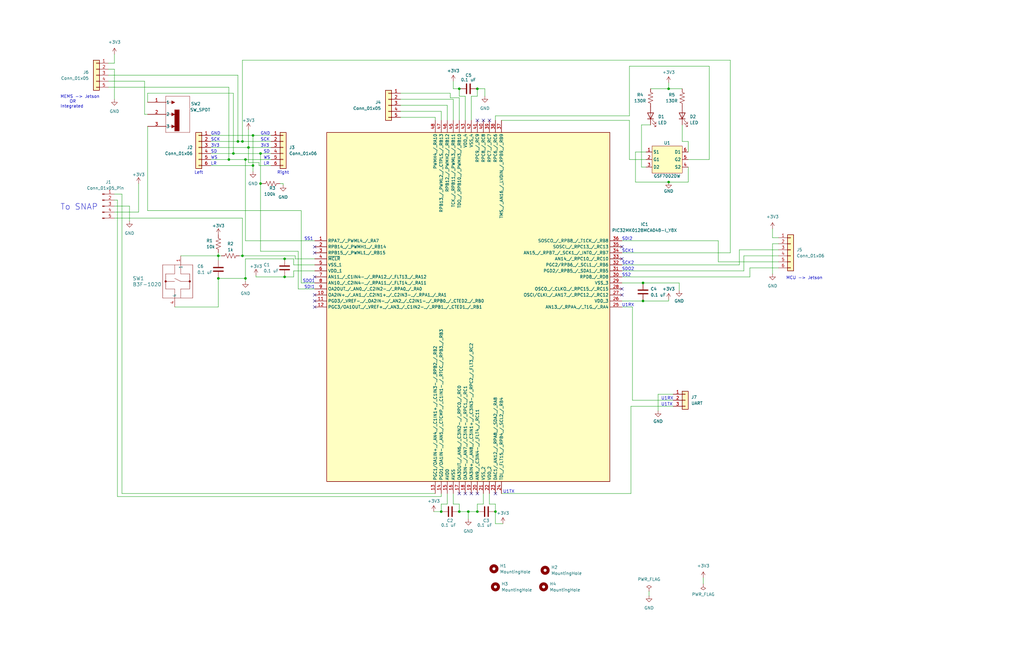
<source format=kicad_sch>
(kicad_sch (version 20230121) (generator eeschema)
  (paper "B")
  (title_block (title "Test sheet") (rev "0.1") (company "satomm@stanford.edu") (comment 1 "Department of Civil and Environmental Engineering") (comment 2 "Engineering Informatics Group") (comment 3 "Stanford University") (comment 4 "Matthew Sato"))
  (lib_symbols
    (symbol "Connector:Conn_01x05_Pin" (pin_names (offset 1.016) hide)
      (property "Reference" "J" (at 0 7.62 0))
      (property "Value" "Conn_01x05_Pin" (at 0 -7.62 0))
      (symbol "Conn_01x05_Pin_1_1"
        (polyline (pts (xy 1.27 -5.08) (xy 0.8636 -5.08)) (stroke (width 0.1524)))
        (polyline (pts (xy 1.27 -2.54) (xy 0.8636 -2.54)) (stroke (width 0.1524)))
        (polyline (pts (xy 1.27 0) (xy 0.8636 0)) (stroke (width 0.1524)))
        (polyline (pts (xy 1.27 2.54) (xy 0.8636 2.54)) (stroke (width 0.1524)))
        (polyline (pts (xy 1.27 5.08) (xy 0.8636 5.08)) (stroke (width 0.1524)))
        (rectangle (start 0.8636 -4.953) (end 0 -5.207) (stroke (width 0.1524)) (fill (type outline)))
        (rectangle (start 0.8636 -2.413) (end 0 -2.667) (stroke (width 0.1524)) (fill (type outline)))
        (rectangle (start 0.8636 0.127) (end 0 -0.127) (stroke (width 0.1524)) (fill (type outline)))
        (rectangle (start 0.8636 2.667) (end 0 2.413) (stroke (width 0.1524)) (fill (type outline)))
        (rectangle (start 0.8636 5.207) (end 0 4.953) (stroke (width 0.1524)) (fill (type outline)))
        (pin passive line (at 5.08 5.08 180) (length 3.81) (name "Pin_1") (number "1"))
        (pin passive line (at 5.08 2.54 180) (length 3.81) (name "Pin_2") (number "2"))
        (pin passive line (at 5.08 0 180) (length 3.81) (name "Pin_3") (number "3"))
        (pin passive line (at 5.08 -2.54 180) (length 3.81) (name "Pin_4") (number "4"))
        (pin passive line (at 5.08 -5.08 180) (length 3.81) (name "Pin_5") (number "5"))
      )
    )
    (symbol "Connector_Generic:Conn_01x03" (pin_names (offset 1.016) hide)
      (property "Reference" "J" (at 0 5.08 0))
      (property "Value" "Conn_01x03" (at 0 -5.08 0))
      (symbol "Conn_01x03_1_1"
        (rectangle (start -1.27 -2.413) (end 0 -2.667) (stroke (width 0.1524)))
        (rectangle (start -1.27 0.127) (end 0 -0.127) (stroke (width 0.1524)))
        (rectangle (start -1.27 2.667) (end 0 2.413) (stroke (width 0.1524)))
        (rectangle (start -1.27 3.81) (end 1.27 -3.81) (stroke (width 0.254)) (fill (type background)))
        (pin passive line (at -5.08 2.54 0) (length 3.81) (name "Pin_1") (number "1"))
        (pin passive line (at -5.08 0 0) (length 3.81) (name "Pin_2") (number "2"))
        (pin passive line (at -5.08 -2.54 0) (length 3.81) (name "Pin_3") (number "3"))
      )
    )
    (symbol "Connector_Generic:Conn_01x05" (pin_names (offset 1.016) hide)
      (property "Reference" "J" (at 0 7.62 0))
      (property "Value" "Conn_01x05" (at 0 -7.62 0))
      (symbol "Conn_01x05_1_1"
        (rectangle (start -1.27 -4.953) (end 0 -5.207) (stroke (width 0.1524)))
        (rectangle (start -1.27 -2.413) (end 0 -2.667) (stroke (width 0.1524)))
        (rectangle (start -1.27 0.127) (end 0 -0.127) (stroke (width 0.1524)))
        (rectangle (start -1.27 2.667) (end 0 2.413) (stroke (width 0.1524)))
        (rectangle (start -1.27 5.207) (end 0 4.953) (stroke (width 0.1524)))
        (rectangle (start -1.27 6.35) (end 1.27 -6.35) (stroke (width 0.254)) (fill (type background)))
        (pin passive line (at -5.08 5.08 0) (length 3.81) (name "Pin_1") (number "1"))
        (pin passive line (at -5.08 2.54 0) (length 3.81) (name "Pin_2") (number "2"))
        (pin passive line (at -5.08 0 0) (length 3.81) (name "Pin_3") (number "3"))
        (pin passive line (at -5.08 -2.54 0) (length 3.81) (name "Pin_4") (number "4"))
        (pin passive line (at -5.08 -5.08 0) (length 3.81) (name "Pin_5") (number "5"))
      )
    )
    (symbol "Connector_Generic:Conn_01x06" (pin_names (offset 1.016) hide)
      (property "Reference" "J" (at 0 7.62 0))
      (property "Value" "Conn_01x06" (at 0 -10.16 0))
      (symbol "Conn_01x06_1_1"
        (rectangle (start -1.27 -7.493) (end 0 -7.747) (stroke (width 0.1524)))
        (rectangle (start -1.27 -4.953) (end 0 -5.207) (stroke (width 0.1524)))
        (rectangle (start -1.27 -2.413) (end 0 -2.667) (stroke (width 0.1524)))
        (rectangle (start -1.27 0.127) (end 0 -0.127) (stroke (width 0.1524)))
        (rectangle (start -1.27 2.667) (end 0 2.413) (stroke (width 0.1524)))
        (rectangle (start -1.27 5.207) (end 0 4.953) (stroke (width 0.1524)))
        (rectangle (start -1.27 6.35) (end 1.27 -8.89) (stroke (width 0.254)) (fill (type background)))
        (pin passive line (at -5.08 5.08 0) (length 3.81) (name "Pin_1") (number "1"))
        (pin passive line (at -5.08 2.54 0) (length 3.81) (name "Pin_2") (number "2"))
        (pin passive line (at -5.08 0 0) (length 3.81) (name "Pin_3") (number "3"))
        (pin passive line (at -5.08 -2.54 0) (length 3.81) (name "Pin_4") (number "4"))
        (pin passive line (at -5.08 -5.08 0) (length 3.81) (name "Pin_5") (number "5"))
        (pin passive line (at -5.08 -7.62 0) (length 3.81) (name "Pin_6") (number "6"))
      )
    )
    (symbol "Device:C" (pin_numbers hide) (pin_names (offset 0.254))
      (property "Reference" "C" (at 0.635 2.54 0))
      (property "Value" "C" (at 0.635 -2.54 0))
      (symbol "C_0_1"
        (polyline (pts (xy -2.032 -0.762) (xy 2.032 -0.762)) (stroke (width 0.508)))
        (polyline (pts (xy -2.032 0.762) (xy 2.032 0.762)) (stroke (width 0.508)))
      )
      (symbol "C_1_1"
        (pin passive line (at 0 3.81 270) (length 2.794) (name "~") (number "1"))
        (pin passive line (at 0 -3.81 90) (length 2.794) (name "~") (number "2"))
      )
    )
    (symbol "Device:LED" (pin_numbers hide) (pin_names (offset 1.016) hide)
      (property "Reference" "D" (at 0 2.54 0))
      (property "Value" "LED" (at 0 -2.54 0))
      (symbol "LED_0_1"
        (polyline (pts (xy -1.27 -1.27) (xy -1.27 1.27)) (stroke (width 0.254)))
        (polyline (pts (xy -1.27 0) (xy 1.27 0)))
        (polyline (pts (xy 1.27 -1.27) (xy 1.27 1.27) (xy -1.27 0) (xy 1.27 -1.27)) (stroke (width 0.254)))
        (polyline (pts (xy -3.048 -0.762) (xy -4.572 -2.286) (xy -3.81 -2.286) (xy -4.572 -2.286) (xy -4.572 -1.524)))
        (polyline (pts (xy -1.778 -0.762) (xy -3.302 -2.286) (xy -2.54 -2.286) (xy -3.302 -2.286) (xy -3.302 -1.524)))
      )
      (symbol "LED_1_1"
        (pin passive line (at -3.81 0 0) (length 2.54) (name "K") (number "1"))
        (pin passive line (at 3.81 0 180) (length 2.54) (name "A") (number "2"))
      )
    )
    (symbol "Device:R_US" (pin_numbers hide) (pin_names (offset 0))
      (property "Reference" "R" (at 2.54 0 90))
      (property "Value" "R_US" (at -2.54 0 90))
      (symbol "R_US_0_1"
        (polyline (pts (xy 0 -2.286) (xy 0 -2.54)))
        (polyline (pts (xy 0 2.286) (xy 0 2.54)))
        (polyline (pts (xy 0 -0.762) (xy 1.016 -1.143) (xy 0 -1.524) (xy -1.016 -1.905) (xy 0 -2.286)))
        (polyline (pts (xy 0 0.762) (xy 1.016 0.381) (xy 0 0) (xy -1.016 -0.381) (xy 0 -0.762)))
        (polyline (pts (xy 0 2.286) (xy 1.016 1.905) (xy 0 1.524) (xy -1.016 1.143) (xy 0 0.762)))
      )
      (symbol "R_US_1_1"
        (pin passive line (at 0 3.81 270) (length 1.27) (name "~") (number "1"))
        (pin passive line (at 0 -3.81 90) (length 1.27) (name "~") (number "2"))
      )
    )
    (symbol "Matts_Library:B3F-1020" (pin_names (offset 0.254))
      (property "Reference" "SW2" (at 20.32 10.16 0))
      (property "Value" "B3F-1020" (at 20.32 7.62 0))
      (symbol "B3F-1020_0_1"
        (polyline (pts (xy 13.335 -2.54) (xy 17.145 -2.54)) (stroke (width 0.127)))
        (polyline (pts (xy 13.335 0) (xy 17.145 0)) (stroke (width 0.127)))
        (polyline (pts (xy 13.335 5.08) (xy 13.335 -7.62)) (stroke (width 0.127)))
        (polyline (pts (xy 17.145 -2.54) (xy 17.145 -6.35)) (stroke (width 0.127)))
        (polyline (pts (xy 17.145 0) (xy 17.145 3.81)) (stroke (width 0.127)))
        (polyline (pts (xy 20.32 -2.54) (xy 20.32 -6.35)) (stroke (width 0.127)))
        (polyline (pts (xy 20.32 0) (xy 19.05 -2.54)) (stroke (width 0.127)))
        (polyline (pts (xy 20.32 3.81) (xy 20.32 0)) (stroke (width 0.127)))
        (polyline (pts (xy 23.495 -6.35) (xy 23.495 -2.54)) (stroke (width 0.127)))
        (polyline (pts (xy 23.495 -2.54) (xy 27.305 -2.54)) (stroke (width 0.127)))
        (polyline (pts (xy 23.495 0) (xy 23.495 3.81)) (stroke (width 0.127)))
        (polyline (pts (xy 27.305 -7.62) (xy 27.305 5.08)) (stroke (width 0.127)))
        (polyline (pts (xy 27.305 0) (xy 23.495 0)) (stroke (width 0.127)))
        (circle (center 20.32 -6.35) (radius 0.254) (stroke (width 0.381)))
        (circle (center 20.32 3.81) (radius 0.254) (stroke (width 0.381)))
      )
      (symbol "B3F-1020_1_1"
        (polyline (pts (xy 13.335 -7.62) (xy 27.305 -7.62)))
        (polyline (pts (xy 17.145 -6.35) (xy 23.495 -6.35)))
        (polyline (pts (xy 23.495 3.81) (xy 17.145 3.81)))
        (polyline (pts (xy 27.305 5.08) (xy 13.335 5.08)))
        (pin passive line (at 9.525 0 0) (length 3.81) (name "1") (number "1"))
        (pin passive line (at 31.115 -2.54 180) (length 3.81) (name "4") (number "4"))
      )
    )
    (symbol "Matts_Library:OS102011MS2QN1" (pin_names (offset 0.254))
      (property "Reference" "SW" (at 13.97 8.255 0))
      (property "Value" "OS102011MS2QN1" (at 20.32 5.08 0))
      (symbol "OS102011MS2QN1_0_1"
        (polyline (pts (xy 7.62 -12.7) (xy 17.78 -12.7)) (stroke (width 0.127)))
        (polyline (pts (xy 7.62 -10.16) (xy 11.43 -10.16)) (stroke (width 0.127)))
        (polyline (pts (xy 7.62 -5.08) (xy 11.43 -5.08)) (stroke (width 0.127)))
        (polyline (pts (xy 7.62 0) (xy 11.43 0)) (stroke (width 0.127)))
        (polyline (pts (xy 7.62 2.54) (xy 7.62 -12.7)) (stroke (width 0.127)))
        (polyline (pts (xy 10.16 -9.525) (xy 10.16 -10.795)) (stroke (width 0.127)))
        (polyline (pts (xy 10.16 -4.445) (xy 10.16 -5.715)) (stroke (width 0.127)))
        (polyline (pts (xy 10.16 0.635) (xy 10.16 -0.635)) (stroke (width 0.127)))
        (polyline (pts (xy 11.43 -12.065) (xy 13.335 -12.065)) (stroke (width 0.127)))
        (polyline (pts (xy 11.43 -10.16) (xy 10.16 -10.795)) (stroke (width 0.127)))
        (polyline (pts (xy 11.43 -10.16) (xy 10.16 -9.525)) (stroke (width 0.127)))
        (polyline (pts (xy 11.43 -5.08) (xy 10.16 -5.715)) (stroke (width 0.127)))
        (polyline (pts (xy 11.43 -5.08) (xy 10.16 -4.445)) (stroke (width 0.127)))
        (polyline (pts (xy 11.43 -3.175) (xy 11.43 -12.065)) (stroke (width 0.127)))
        (polyline (pts (xy 11.43 0) (xy 10.16 -0.635)) (stroke (width 0.127)))
        (polyline (pts (xy 11.43 0) (xy 10.16 0.635)) (stroke (width 0.127)))
        (polyline (pts (xy 13.335 -12.065) (xy 13.335 -3.175)) (stroke (width 0.127)))
        (polyline (pts (xy 13.335 -3.175) (xy 11.43 -3.175)) (stroke (width 0.127)))
        (polyline (pts (xy 17.78 -12.7) (xy 17.78 2.54)) (stroke (width 0.127)))
        (polyline (pts (xy 17.78 2.54) (xy 7.62 2.54)) (stroke (width 0.127)))
        (polyline (pts (xy 10.16 -9.525) (xy 10.16 -10.795) (xy 11.43 -10.16)) (fill (type outline)))
        (polyline (pts (xy 10.16 -4.445) (xy 10.16 -5.715) (xy 11.43 -5.08)) (fill (type outline)))
        (polyline (pts (xy 10.16 0.635) (xy 10.16 -0.635) (xy 11.43 0)) (fill (type outline)))
        (polyline (pts (xy 11.43 -3.175) (xy 11.43 -12.065) (xy 13.335 -12.065) (xy 13.335 -3.175)) (fill (type outline)))
        (pin unspecified line (at 0 0 0) (length 7.62) (name "1") (number "1"))
        (pin unspecified line (at 0 -5.08 0) (length 7.62) (name "2") (number "2"))
        (pin unspecified line (at 0 -10.16 0) (length 7.62) (name "3") (number "3"))
      )
    )
    (symbol "Matts_Library:PIC32MK0128MCA048-I_Y8X"
      (property "Reference" "IC" (at 125.73 50.8 0))
      (property "Value" "PIC32MK0128MCA048-I_Y8X" (at 125.73 48.26 0))
      (symbol "PIC32MK0128MCA048-I_Y8X_1_1"
        (rectangle (start 5.08 45.72) (end 124.46 -101.6) (stroke (width 0.254)) (fill (type background)))
        (pin passive line (at 0 0 0) (length 5.08) (name "RPA7_/_PWML4_/_RA7") (number "1"))
        (pin passive line (at 0 -22.86 0) (length 5.08) (name "OA2IN+_/_AN1_/_C2IN1+_/_C2IN3-_/_RPA1_/_RA1") (number "10"))
        (pin passive line (at 0 -25.4 0) (length 5.08) (name "PGD3/_VREF-_/_OA2IN-_/_AN2_/_C2IN1-_/_RPB0_/_CTED2_/_RB0") (number "11"))
        (pin passive line (at 0 -27.94 0) (length 5.08) (name "PGC3/OA1OUT_/_VREF+_/_AN3_/_C1IN2-_/_RPB1_/_CTED1_/_RB1") (number "12"))
        (pin passive line (at 50.8 -106.68 90) (length 5.08) (name "PGC1/OA1IN+_/_AN4_/_C1IN1+_/_C1IN3-_/_RPB2_/_RB2") (number "13"))
        (pin passive line (at 53.34 -106.68 90) (length 5.08) (name "PGD1/OA1IN-_/_AN5_/_CTCMP_/_C1IN1-_/_RTCC_/_RPB3_/_RB3") (number "14"))
        (pin passive line (at 55.88 -106.68 90) (length 5.08) (name "AVDD") (number "15"))
        (pin passive line (at 58.42 -106.68 90) (length 5.08) (name "AVSS") (number "16"))
        (pin passive line (at 60.96 -106.68 90) (length 5.08) (name "OA3OUT_/_AN6_/_C3IN2-_/_RPC0_/_RC0") (number "17"))
        (pin passive line (at 63.5 -106.68 90) (length 5.08) (name "OA3IN-_/_AN7_/_C3IN1-_/_RPC1_/_RC1") (number "18"))
        (pin passive line (at 66.04 -106.68 90) (length 5.08) (name "OA3IN+_/_AN8_/_C3IN1+_/_C3IN3-_/_RPC2_/_FLT3_/_RC2") (number "19"))
        (pin passive line (at 0 -2.54 0) (length 5.08) (name "RPB14_/_PWMH1_/_RB14") (number "2"))
        (pin passive line (at 68.58 -106.68 90) (length 5.08) (name "AN9_/_C3IN4-_/_FLT4_/_RC11") (number "20"))
        (pin passive line (at 71.12 -106.68 90) (length 5.08) (name "VSS_2") (number "21"))
        (pin passive line (at 73.66 -106.68 90) (length 5.08) (name "VDD_2") (number "22"))
        (pin passive line (at 76.2 -106.68 90) (length 5.08) (name "DAC1/_AN12_/_RPA8_/_SDA2_/_RA8") (number "23"))
        (pin passive line (at 78.74 -106.68 90) (length 5.08) (name "TDI_/_FLT15_/_RPB4_/_SCL2_/_RB4") (number "24"))
        (pin passive line (at 129.54 -27.94 180) (length 5.08) (name "AN13_/_RPA4_/_T1G_/_RA4") (number "25"))
        (pin passive line (at 129.54 -25.4 180) (length 5.08) (name "VDD_3") (number "26"))
        (pin passive line (at 129.54 -22.86 180) (length 5.08) (name "OSCI/CLKI_/_AN17_/_RPC12_/_RC12") (number "27"))
        (pin passive line (at 129.54 -20.32 180) (length 5.08) (name "OSCO_/_CLKO_/_RPC15_/_RC15") (number "28"))
        (pin passive line (at 129.54 -17.78 180) (length 5.08) (name "VSS_3") (number "29"))
        (pin passive line (at 0 -5.08 0) (length 5.08) (name "RPB15_/_PWML1_/_RB15") (number "3"))
        (pin passive line (at 129.54 -15.24 180) (length 5.08) (name "RPD8_/_RD8") (number "30"))
        (pin passive line (at 129.54 -12.7 180) (length 5.08) (name "PGD2/_RPB5_/_SDA1_/_RB5") (number "31"))
        (pin passive line (at 129.54 -10.16 180) (length 5.08) (name "PGC2/RPB6_/_SCL1_/_RB6") (number "32"))
        (pin passive line (at 129.54 -7.62 180) (length 5.08) (name "AN14_/_RPC10_/_RC10") (number "33"))
        (pin passive line (at 129.54 -5.08 180) (length 5.08) (name "AN15_/_RPB7_/_SCK1_/_INT0_/_RB7") (number "34"))
        (pin passive line (at 129.54 -2.54 180) (length 5.08) (name "SOSCI_/_RPC13_/_RC13") (number "35"))
        (pin passive line (at 129.54 0 180) (length 5.08) (name "SOSCO_/_RPB8_/_T1CK_/_RB8") (number "36"))
        (pin passive line (at 78.74 50.8 270) (length 5.08) (name "TMS_/_AN16_/_LVDIN_/_RPB9_/_RB9") (number "37"))
        (pin passive line (at 76.2 50.8 270) (length 5.08) (name "RPC6_/_RC6") (number "38"))
        (pin passive line (at 73.66 50.8 270) (length 5.08) (name "RPC7_/_RC7") (number "39"))
        (pin passive line (at 0 -7.62 0) (length 5.08) (name "~{MCLR}") (number "4"))
        (pin passive line (at 71.12 50.8 270) (length 5.08) (name "RPC8_/_RC8") (number "40"))
        (pin passive line (at 68.58 50.8 270) (length 5.08) (name "RPC9_/_RC9") (number "41"))
        (pin passive line (at 66.04 50.8 270) (length 5.08) (name "VSS_4") (number "42"))
        (pin passive line (at 63.5 50.8 270) (length 5.08) (name "VDD_4") (number "43"))
        (pin passive line (at 60.96 50.8 270) (length 5.08) (name "TDO_/_RPB10_/_PWMH3_/_RB10") (number "44"))
        (pin passive line (at 58.42 50.8 270) (length 5.08) (name "TCK_/_RPB11_/_PWML3_/_RB11") (number "45"))
        (pin passive line (at 55.88 50.8 270) (length 5.08) (name "RPB12_/_PWMH2_/_RB12") (number "46"))
        (pin passive line (at 53.34 50.8 270) (length 5.08) (name "RPB13_/_PWML2_/_CTPLS_/_RB13") (number "47"))
        (pin passive line (at 50.8 50.8 270) (length 5.08) (name "PWMH4_/_RA10") (number "48"))
        (pin passive line (at 0 -10.16 0) (length 5.08) (name "VSS_1") (number "5"))
        (pin passive line (at 0 -12.7 0) (length 5.08) (name "VDD_1") (number "6"))
        (pin passive line (at 0 -15.24 0) (length 5.08) (name "AN11_/_C1IN4-_/_RPA12_/_FLT13_/_RA12") (number "7"))
        (pin passive line (at 0 -17.78 0) (length 5.08) (name "AN10_/_C2IN4-_/_RPA11_/_FLT14_/_RA11") (number "8"))
        (pin passive line (at 0 -20.32 0) (length 5.08) (name "OA2OUT_/_AN0_/_C2IN2-_/_RPA0_/_RA0") (number "9"))
      )
    )
    (symbol "Mechanical:MountingHole" (pin_names (offset 1.016))
      (property "Reference" "H" (at 0 5.08 0))
      (property "Value" "MountingHole" (at 0 3.175 0))
      (symbol "MountingHole_0_1"
        (circle (center 0 0) (radius 1.27) (stroke (width 1.27)))
      )
    )
    (symbol "RobotLibary:GSF7002DW"
      (property "Reference" "U" (at 1.27 1.905 0))
      (property "Value" "GSF7002DW" (at 1.27 0 0))
      (symbol "GSF7002DW_1_1"
        (rectangle (start -5.08 -1.27) (end 7.62 -12.7) (fill (type background)))
        (pin passive line (at -7.62 -3.81 0) (length 2.54) (name "S1") (number "1"))
        (pin passive line (at -7.62 -6.985 0) (length 2.54) (name "G1") (number "2"))
        (pin passive line (at -7.62 -10.16 0) (length 2.54) (name "D2") (number "3"))
        (pin passive line (at 10.16 -10.16 180) (length 2.54) (name "S2") (number "4"))
        (pin passive line (at 10.16 -6.985 180) (length 2.54) (name "G2") (number "5"))
        (pin passive line (at 10.16 -3.81 180) (length 2.54) (name "D1") (number "6"))
      )
    )
    (symbol "power:+3V3" (power) (pin_names (offset 0))
      (property "Value" "+3V3" (at 0 3.556 0))
      (symbol "+3V3_0_1"
        (polyline (pts (xy -0.762 1.27) (xy 0 2.54)))
        (polyline (pts (xy 0 0) (xy 0 2.54)))
        (polyline (pts (xy 0 2.54) (xy 0.762 1.27)))
      )
      (symbol "+3V3_1_1"
        (pin power_in line (at 0 0 90) (length 0) hide (name "+3V3") (number "1"))
      )
    )
    (symbol "power:GND" (power) (pin_names (offset 0))
      (property "Value" "GND" (at 0 -3.81 0))
      (symbol "GND_0_1"
        (polyline (pts (xy 0 0) (xy 0 -1.27) (xy 1.27 -1.27) (xy 0 -2.54) (xy -1.27 -1.27) (xy 0 -1.27)))
      )
      (symbol "GND_1_1"
        (pin power_in line (at 0 0 270) (length 0) hide (name "GND") (number "1"))
      )
    )
    (symbol "power:PWR_FLAG" (power) (pin_numbers hide) (pin_names (offset 0) hide)
      (property "Value" "PWR_FLAG" (at 0 3.81 0))
      (symbol "PWR_FLAG_0_0"
        (pin power_out line (at 0 0 90) (length 0) (name "pwr") (number "1"))
      )
      (symbol "PWR_FLAG_0_1"
        (polyline (pts (xy 0 0) (xy 0 1.27) (xy -1.016 1.905) (xy 0 2.54) (xy 1.016 1.905) (xy 0 1.27)))
      )
    )
  )
  (junction (at 103.505 117.475))
  (junction (at 271.145 127))
  (junction (at 102.235 107.95))
  (junction (at 92.075 117.475))
  (junction (at 281.94 76.835))
  (junction (at 103.505 67.31))
  (junction (at 109.855 64.77))
  (junction (at 120.015 116.84))
  (junction (at 109.855 77.47))
  (junction (at 102.235 59.69))
  (junction (at 201.295 37.465))
  (junction (at 106.68 69.85))
  (junction (at 104.775 62.23))
  (junction (at 100.33 59.69))
  (junction (at 271.145 119.38))
  (junction (at 193.675 215.9))
  (junction (at 120.015 109.22))
  (junction (at 186.055 215.9))
  (junction (at 96.52 67.31))
  (junction (at 208.915 215.9))
  (junction (at 201.295 215.9))
  (junction (at 281.94 37.465))
  (junction (at 92.075 107.95))
  (junction (at 197.485 215.9))
  (junction (at 106.68 57.15))
  (junction (at 193.675 37.465))
  (junction (at 98.425 64.77))
  (no_connect (at 193.675 208.28))
  (no_connect (at 206.375 50.8))
  (no_connect (at 196.215 208.28))
  (no_connect (at 132.715 104.14))
  (no_connect (at 262.255 109.22))
  (no_connect (at 132.715 116.84))
  (no_connect (at 203.835 50.8))
  (no_connect (at 262.255 124.46))
  (no_connect (at 132.715 106.68))
  (no_connect (at 262.255 104.14))
  (no_connect (at 201.295 50.8))
  (no_connect (at 201.295 208.28))
  (no_connect (at 262.255 121.92))
  (no_connect (at 132.715 124.46))
  (no_connect (at 132.715 127))
  (no_connect (at 198.755 208.28))
  (no_connect (at 132.715 129.54))
  (no_connect (at 208.915 208.28))
  (wire (pts (xy 123.825 114.3) (xy 123.825 116.84)))
  (wire (pts (xy 125.73 121.92) (xy 132.715 121.92)))
  (wire (pts (xy 62.23 39.37) (xy 98.425 39.37)))
  (wire (pts (xy 104.775 62.23) (xy 114.3 62.23)))
  (wire (pts (xy 316.23 113.03) (xy 328.295 113.03)))
  (wire (pts (xy 92.075 107.95) (xy 92.075 106.68)))
  (wire (pts (xy 92.075 107.95) (xy 92.075 109.855)))
  (wire (pts (xy 45.72 29.21) (xy 48.26 29.21)))
  (wire (pts (xy 274.32 52.705) (xy 270.51 52.705)))
  (wire (pts (xy 88.9 57.15) (xy 106.68 57.15)))
  (wire (pts (xy 271.145 127) (xy 281.94 127)))
  (wire (pts (xy 182.88 215.9) (xy 186.055 215.9)))
  (wire (pts (xy 102.235 107.95) (xy 102.235 92.075)))
  (wire (pts (xy 316.23 116.84) (xy 316.23 113.03)))
  (wire (pts (xy 132.715 114.3) (xy 123.825 114.3)))
  (wire (pts (xy 191.135 37.465) (xy 193.675 37.465)))
  (wire (pts (xy 73.66 129.54) (xy 92.075 129.54)))
  (wire (pts (xy 48.26 22.86) (xy 48.26 26.67)))
  (wire (pts (xy 265.43 27.94) (xy 265.43 48.895)))
  (wire (pts (xy 45.72 36.83) (xy 96.52 36.83)))
  (wire (pts (xy 325.755 96.52) (xy 325.755 100.33)))
  (wire (pts (xy 106.68 57.15) (xy 106.68 69.85)))
  (wire (pts (xy 287.655 52.705) (xy 287.655 59.69)))
  (wire (pts (xy 123.825 111.76) (xy 123.825 109.22)))
  (wire (pts (xy 123.825 109.22) (xy 120.015 109.22)))
  (wire (pts (xy 48.26 92.075) (xy 102.235 92.075)))
  (wire (pts (xy 203.835 212.725) (xy 201.295 212.725)))
  (wire (pts (xy 110.49 77.47) (xy 109.855 77.47)))
  (wire (pts (xy 211.455 208.28) (xy 266.065 208.28)))
  (wire (pts (xy 277.495 166.37) (xy 283.845 166.37)))
  (wire (pts (xy 270.51 52.705) (xy 270.51 70.485)))
  (wire (pts (xy 313.69 114.3) (xy 313.69 107.95)))
  (wire (pts (xy 103.505 109.22) (xy 120.015 109.22)))
  (wire (pts (xy 107.95 116.84) (xy 107.95 116.205)))
  (wire (pts (xy 313.69 107.95) (xy 328.295 107.95)))
  (wire (pts (xy 197.485 215.9) (xy 197.485 219.075)))
  (wire (pts (xy 186.055 46.99) (xy 186.055 50.8)))
  (wire (pts (xy 103.505 67.31) (xy 103.505 101.6)))
  (wire (pts (xy 189.865 41.275) (xy 189.865 39.37)))
  (wire (pts (xy 208.915 215.9) (xy 208.915 220.98)))
  (wire (pts (xy 307.975 106.68) (xy 307.975 25.4)))
  (wire (pts (xy 106.68 57.15) (xy 114.3 57.15)))
  (wire (pts (xy 262.255 116.84) (xy 316.23 116.84)))
  (wire (pts (xy 204.47 37.465) (xy 204.47 40.64)))
  (wire (pts (xy 88.9 64.77) (xy 98.425 64.77)))
  (wire (pts (xy 48.26 26.67) (xy 45.72 26.67)))
  (wire (pts (xy 262.255 127) (xy 271.145 127)))
  (wire (pts (xy 290.195 67.31) (xy 299.085 67.31)))
  (wire (pts (xy 119.38 78.105) (xy 119.38 77.47)))
  (wire (pts (xy 267.97 76.835) (xy 281.94 76.835)))
  (wire (pts (xy 54.61 86.995) (xy 54.61 93.345)))
  (wire (pts (xy 283.845 168.91) (xy 266.7 168.91)))
  (wire (pts (xy 183.515 49.53) (xy 183.515 50.8)))
  (wire (pts (xy 92.075 129.54) (xy 92.075 117.475)))
  (wire (pts (xy 270.51 70.485) (xy 272.415 70.485)))
  (wire (pts (xy 206.375 208.28) (xy 206.375 212.725)))
  (wire (pts (xy 114.3 69.85) (xy 109.22 69.85)))
  (wire (pts (xy 206.375 212.725) (xy 208.915 212.725)))
  (wire (pts (xy 281.94 37.465) (xy 287.655 37.465)))
  (wire (pts (xy 100.965 107.95) (xy 102.235 107.95)))
  (wire (pts (xy 193.675 41.275) (xy 189.865 41.275)))
  (wire (pts (xy 88.9 62.23) (xy 104.775 62.23)))
  (wire (pts (xy 290.195 76.835) (xy 281.94 76.835)))
  (wire (pts (xy 193.675 37.465) (xy 193.675 40.64)))
  (wire (pts (xy 188.595 212.725) (xy 186.055 212.725)))
  (wire (pts (xy 104.775 68.58) (xy 104.775 62.23)))
  (wire (pts (xy 102.235 107.95) (xy 124.46 107.95)))
  (wire (pts (xy 299.085 27.94) (xy 265.43 27.94)))
  (wire (pts (xy 124.46 109.22) (xy 124.46 107.95)))
  (wire (pts (xy 296.545 243.84) (xy 296.545 246.38)))
  (wire (pts (xy 273.685 249.555) (xy 273.685 251.46)))
  (wire (pts (xy 168.91 46.99) (xy 186.055 46.99)))
  (wire (pts (xy 48.26 84.455) (xy 49.53 84.455)))
  (wire (pts (xy 103.505 117.475) (xy 103.505 109.22)))
  (wire (pts (xy 76.2 107.95) (xy 92.075 107.95)))
  (wire (pts (xy 188.595 44.45) (xy 168.91 44.45)))
  (wire (pts (xy 103.505 67.31) (xy 114.3 67.31)))
  (wire (pts (xy 287.655 59.69) (xy 290.195 59.69)))
  (wire (pts (xy 266.7 129.54) (xy 262.255 129.54)))
  (wire (pts (xy 49.53 84.455) (xy 49.53 209.55)))
  (wire (pts (xy 102.235 25.4) (xy 102.235 59.69)))
  (wire (pts (xy 186.055 209.55) (xy 186.055 208.28)))
  (wire (pts (xy 58.42 89.535) (xy 48.26 89.535)))
  (wire (pts (xy 188.595 208.28) (xy 188.595 212.725)))
  (wire (pts (xy 208.915 48.895) (xy 208.915 50.8)))
  (wire (pts (xy 274.32 37.465) (xy 281.94 37.465)))
  (wire (pts (xy 283.845 171.45) (xy 266.065 171.45)))
  (wire (pts (xy 127 119.38) (xy 127 88.9)))
  (wire (pts (xy 109.855 106.045) (xy 125.73 106.045)))
  (wire (pts (xy 290.195 59.69) (xy 290.195 64.135)))
  (wire (pts (xy 48.26 86.995) (xy 54.61 86.995)))
  (wire (pts (xy 132.715 109.22) (xy 124.46 109.22)))
  (wire (pts (xy 51.435 81.915) (xy 51.435 208.28)))
  (wire (pts (xy 88.9 69.85) (xy 106.68 69.85)))
  (wire (pts (xy 307.975 25.4) (xy 102.235 25.4)))
  (wire (pts (xy 183.515 208.28) (xy 51.435 208.28)))
  (wire (pts (xy 262.255 106.68) (xy 307.975 106.68)))
  (wire (pts (xy 45.72 34.29) (xy 60.96 34.29)))
  (wire (pts (xy 62.23 53.34) (xy 62.23 88.9)))
  (wire (pts (xy 96.52 67.31) (xy 103.505 67.31)))
  (wire (pts (xy 201.295 37.465) (xy 204.47 37.465)))
  (wire (pts (xy 109.855 64.77) (xy 114.3 64.77)))
  (wire (pts (xy 98.425 39.37) (xy 98.425 64.77)))
  (wire (pts (xy 125.73 106.045) (xy 125.73 121.92)))
  (wire (pts (xy 168.91 41.91) (xy 191.135 41.91)))
  (wire (pts (xy 132.715 111.76) (xy 123.825 111.76)))
  (wire (pts (xy 49.53 209.55) (xy 186.055 209.55)))
  (wire (pts (xy 262.255 119.38) (xy 271.145 119.38)))
  (wire (pts (xy 211.455 50.8) (xy 265.43 50.8)))
  (wire (pts (xy 60.96 48.26) (xy 62.23 48.26)))
  (wire (pts (xy 266.7 168.91) (xy 266.7 129.54)))
  (wire (pts (xy 208.915 212.725) (xy 208.915 215.9)))
  (wire (pts (xy 271.145 119.38) (xy 286.385 119.38)))
  (wire (pts (xy 262.255 114.3) (xy 313.69 114.3)))
  (wire (pts (xy 58.42 77.47) (xy 58.42 89.535)))
  (wire (pts (xy 290.195 70.485) (xy 290.195 76.835)))
  (wire (pts (xy 311.785 111.76) (xy 311.785 105.41)))
  (wire (pts (xy 299.085 67.31) (xy 299.085 27.94)))
  (wire (pts (xy 88.9 67.31) (xy 96.52 67.31)))
  (wire (pts (xy 106.68 69.85) (xy 106.68 72.39)))
  (wire (pts (xy 62.23 39.37) (xy 62.23 43.18)))
  (wire (pts (xy 201.295 215.9) (xy 197.485 215.9)))
  (wire (pts (xy 265.43 67.31) (xy 272.415 67.31)))
  (wire (pts (xy 92.075 117.475) (xy 103.505 117.475)))
  (wire (pts (xy 45.72 31.75) (xy 100.33 31.75)))
  (wire (pts (xy 272.415 64.135) (xy 267.97 64.135)))
  (wire (pts (xy 191.135 208.28) (xy 191.135 212.725)))
  (wire (pts (xy 189.865 39.37) (xy 168.91 39.37)))
  (wire (pts (xy 265.43 48.895) (xy 208.915 48.895)))
  (wire (pts (xy 198.755 40.64) (xy 201.295 40.64)))
  (wire (pts (xy 193.675 50.8) (xy 193.675 41.275)))
  (wire (pts (xy 277.495 173.355) (xy 277.495 166.37)))
  (wire (pts (xy 119.38 77.47) (xy 118.11 77.47)))
  (wire (pts (xy 98.425 64.77) (xy 109.855 64.77)))
  (wire (pts (xy 267.97 64.135) (xy 267.97 76.835)))
  (wire (pts (xy 127 88.9) (xy 62.23 88.9)))
  (wire (pts (xy 325.755 100.33) (xy 328.295 100.33)))
  (wire (pts (xy 281.94 126.365) (xy 281.94 127)))
  (wire (pts (xy 60.96 34.29) (xy 60.96 48.26)))
  (wire (pts (xy 281.94 34.925) (xy 281.94 37.465)))
  (wire (pts (xy 265.43 50.8) (xy 265.43 67.31)))
  (wire (pts (xy 103.505 118.745) (xy 103.505 117.475)))
  (wire (pts (xy 193.675 40.64) (xy 196.215 40.64)))
  (wire (pts (xy 198.755 50.8) (xy 198.755 40.64)))
  (wire (pts (xy 196.215 40.64) (xy 196.215 50.8)))
  (wire (pts (xy 266.065 171.45) (xy 266.065 208.28)))
  (wire (pts (xy 109.855 64.77) (xy 109.855 77.47)))
  (wire (pts (xy 120.015 116.84) (xy 107.95 116.84)))
  (wire (pts (xy 302.895 101.6) (xy 302.895 110.49)))
  (wire (pts (xy 100.33 31.75) (xy 100.33 59.69)))
  (wire (pts (xy 328.295 102.87) (xy 325.755 102.87)))
  (wire (pts (xy 132.715 101.6) (xy 103.505 101.6)))
  (wire (pts (xy 123.825 116.84) (xy 120.015 116.84)))
  (wire (pts (xy 186.055 212.725) (xy 186.055 215.9)))
  (wire (pts (xy 96.52 36.83) (xy 96.52 67.31)))
  (wire (pts (xy 102.235 59.69) (xy 114.3 59.69)))
  (wire (pts (xy 183.515 49.53) (xy 168.91 49.53)))
  (wire (pts (xy 93.345 107.95) (xy 92.075 107.95)))
  (wire (pts (xy 191.135 212.725) (xy 193.675 212.725)))
  (wire (pts (xy 191.135 41.91) (xy 191.135 50.8)))
  (wire (pts (xy 109.855 77.47) (xy 109.855 106.045)))
  (wire (pts (xy 109.22 69.85) (xy 109.22 68.58)))
  (wire (pts (xy 286.385 119.38) (xy 286.385 122.555)))
  (wire (pts (xy 262.255 101.6) (xy 302.895 101.6)))
  (wire (pts (xy 262.255 111.76) (xy 311.785 111.76)))
  (wire (pts (xy 201.295 40.64) (xy 201.295 37.465)))
  (wire (pts (xy 212.09 220.98) (xy 208.915 220.98)))
  (wire (pts (xy 109.22 68.58) (xy 104.775 68.58)))
  (wire (pts (xy 100.33 59.69) (xy 88.9 59.69)))
  (wire (pts (xy 193.675 215.9) (xy 197.485 215.9)))
  (wire (pts (xy 191.135 34.29) (xy 191.135 37.465)))
  (wire (pts (xy 188.595 50.8) (xy 188.595 44.45)))
  (wire (pts (xy 193.675 212.725) (xy 193.675 215.9)))
  (wire (pts (xy 203.835 208.28) (xy 203.835 212.725)))
  (wire (pts (xy 311.785 105.41) (xy 328.295 105.41)))
  (wire (pts (xy 325.755 102.87) (xy 325.755 115.57)))
  (wire (pts (xy 48.26 29.21) (xy 48.26 41.91)))
  (wire (pts (xy 201.295 212.725) (xy 201.295 215.9)))
  (wire (pts (xy 132.715 119.38) (xy 127 119.38)))
  (wire (pts (xy 104.775 54.61) (xy 104.775 62.23)))
  (wire (pts (xy 302.895 110.49) (xy 328.295 110.49)))
  (wire (pts (xy 51.435 81.915) (xy 48.26 81.915)))
  (wire (pts (xy 102.235 59.69) (xy 100.33 59.69)))
  (text "SCK" (at 88.9 59.69 0) (effects (font (size 1.27 1.27)) (justify left bottom)))
  (text "3V3" (at 88.9 62.23 0) (effects (font (size 1.27 1.27)) (justify left bottom)))
  (text "U1TX" (at 212.09 208.28 0) (effects (font (size 1.27 1.27)) (justify left bottom)))
  (text "SS2" (at 262.255 116.84 0) (effects (font (size 1.27 1.27)) (justify left bottom)))
  (text "GND" (at 88.9 57.15 0) (effects (font (size 1.27 1.27)) (justify left bottom)))
  (text "SD" (at 111.125 64.77 0) (effects (font (size 1.27 1.27)) (justify left bottom)))
  (text "3V3" (at 109.855 62.23 0) (effects (font (size 1.27 1.27)) (justify left bottom)))
  (text "WS" (at 111.125 67.31 0) (effects (font (size 1.27 1.27)) (justify left bottom)))
  (text "MCU -> Jetson" (at 331.47 118.11 0) (effects (font (size 1.27 1.27)) (justify left bottom)))
  (text "U1TX" (at 278.765 171.45 0) (effects (font (size 1.27 1.27)) (justify left bottom)))
  (text "SDO2" (at 262.255 114.3 0) (effects (font (size 1.27 1.27)) (justify left bottom)))
  (text "SDI2" (at 262.255 101.6 0) (effects (font (size 1.27 1.27)) (justify left bottom)))
  (text "LR" (at 111.125 69.85 0) (effects (font (size 1.27 1.27)) (justify left bottom)))
  (text "U1RX" (at 278.765 168.91 0) (effects (font (size 1.27 1.27)) (justify left bottom)))
  (text "U1RX" (at 262.255 129.54 0) (effects (font (size 1.27 1.27)) (justify left bottom)))
  (text "GND" (at 109.855 57.15 0) (effects (font (size 1.27 1.27)) (justify left bottom)))
  (text "SCK2" (at 262.255 111.76 0) (effects (font (size 1.27 1.27)) (justify left bottom)))
  (text "SCK" (at 109.855 59.69 0) (effects (font (size 1.27 1.27)) (justify left bottom)))
  (text "SD" (at 88.9 64.77 0) (effects (font (size 1.27 1.27)) (justify left bottom)))
  (text "SS1" (at 128.27 101.6 0) (effects (font (size 1.27 1.27)) (justify left bottom)))
  (text "Left" (at 81.915 73.66 0) (effects (font (size 1.27 1.27)) (justify left bottom)))
  (text "MEMS -> Jetson\n    OR\nIntegrated" (at 25.4 45.72 0) (effects (font (size 1.27 1.27)) (justify left bottom)))
  (text "To SNAP" (at 25.4 88.9 0) (effects (font (size 2.5 2.5)) (justify left bottom)))
  (text "LR" (at 88.9 69.85 0) (effects (font (size 1.27 1.27)) (justify left bottom)))
  (text "SDO1" (at 127.635 119.38 0) (effects (font (size 1.27 1.27)) (justify left bottom)))
  (text "WS" (at 88.9 67.31 0) (effects (font (size 1.27 1.27)) (justify left bottom)))
  (text "Right" (at 116.84 73.66 0) (effects (font (size 1.27 1.27)) (justify left bottom)))
  (text "SDI1" (at 128.27 121.92 0) (effects (font (size 1.27 1.27)) (justify left bottom)))
  (text "SCK1" (at 262.255 106.68 0) (effects (font (size 1.27 1.27)) (justify left bottom)))
  (symbol (lib_id "RobotLibary:GSF7002DW") (at 280.035 60.325 0) (unit 1)
    (property "Reference" "U1" (at 281.305 60.325 0))
    (property "Value" "GSF7002DW" (at 281.305 74.295 0))
    (property "Footprint" "Package_TO_SOT_SMD:SOT-363_SC-70-6" (effects hide))
    (property "Datasheet" "https://goodarksemi.com/docs/datasheets/mosfets/GSF7002DW.pdf" (effects hide))
    (property "Description" "MOSFET 2N-CH 60V 0.34A SOT363" (effects hide))
    (property "Mfr" "Good-Ark Semiconductor" (effects hide))
    (property "Mfr P/N" "GSF7002DW" (effects hide))
    (property "Supplier 1" "DigiKey" (effects hide))
    (property "Supplier 1 P/N" "4786-GSF7002DWCT-ND" (effects hide))
  )
  (symbol (lib_id "Connector_Generic:Conn_01x06") (at 83.82 62.23 0) (mirror y) (unit 1)
    (property "Reference" "J2" (at 81.28 62.23 0) (effects (justify left)))
    (property "Value" "Conn_01x06" (at 81.28 64.77 0) (effects (justify left)))
    (property "Footprint" "Connector_Molex:Molex_KK-254_AE-6410-06A_1x06_P2.54mm_Vertical" (effects hide))
    (property "Description" "CONN HEADER VERT 6POS 2.54MM" (effects hide))
    (property "Mfr" "Molex" (effects hide))
    (property "Mfr P/N" "1718560006" (effects hide))
    (property "Supplier 1" "DigiKey" (effects hide))
    (property "Supplier 1 P/N" "WM10156-ND" (effects hide))
  )
  (symbol (lib_id "power:+3V3") (at 325.755 96.52 0) (unit 1)
    (property "Reference" "#PWR020" (effects hide))
    (property "Value" "+3V3" (at 325.755 91.44 0))
  )
  (symbol (lib_id "Mechanical:MountingHole") (at 229.87 240.665 0) (unit 1)
    (property "Reference" "H2" (at 232.41 239.395 0) (effects (justify left)))
    (property "Value" "MountingHole" (at 232.41 241.935 0) (effects (justify left)))
    (property "Footprint" "MountingHole:MountingHole_3.2mm_M3" (effects hide))
  )
  (symbol (lib_id "power:+3V3") (at 296.545 243.84 0) (unit 1)
    (property "Reference" "#PWR016" (effects hide))
    (property "Value" "+3V3" (at 296.545 238.76 0))
  )
  (symbol (lib_id "Connector_Generic:Conn_01x05") (at 163.83 44.45 0) (mirror y) (unit 1)
    (property "Reference" "J4" (at 160.655 43.18 0) (effects (justify left)))
    (property "Value" "Conn_01x05" (at 160.655 45.72 0) (effects (justify left)))
    (property "Footprint" "Connector_PinHeader_2.54mm:PinHeader_1x05_P2.54mm_Vertical" (effects hide))
  )
  (symbol (lib_id "Connector_Generic:Conn_01x05") (at 40.64 31.75 0) (mirror y) (unit 1)
    (property "Reference" "J6" (at 37.465 30.48 0) (effects (justify left)))
    (property "Value" "Conn_01x05" (at 37.465 33.02 0) (effects (justify left)))
    (property "Footprint" "Connector_Molex:Molex_KK-254_AE-6410-05A_1x05_P2.54mm_Vertical" (effects hide))
    (property "Description" "CONN HEADER VERT 5POS 2.54MM" (effects hide))
    (property "Mfr" "Molex" (effects hide))
    (property "Mfr P/N" "1718560005" (effects hide))
    (property "Supplier 1" "DigiKey" (effects hide))
    (property "Supplier 1 P/N" "WM10183-ND" (effects hide))
  )
  (symbol (lib_id "power:GND") (at 48.26 41.91 0) (mirror y) (unit 1)
    (property "Reference" "#PWR019" (effects hide))
    (property "Value" "GND" (at 48.26 46.99 0))
  )
  (symbol (lib_id "Device:R_US") (at 274.32 41.275 0) (unit 1)
    (property "Reference" "R4" (at 268.605 40.005 0) (effects (justify left)))
    (property "Value" "130R" (at 267.335 42.545 0) (effects (justify left)))
    (property "Footprint" "Resistor_SMD:R_0805_2012Metric_Pad1.20x1.40mm_HandSolder" (effects hide))
    (property "Datasheet" "https://www.seielect.com/catalog/sei-rmcf_rmcp.pdf" (effects hide))
    (property "Description" "RES 130 OHM 1% 1/8W 0805" (effects hide))
    (property "Mfr" "Stackpole Electronics Inc" (effects hide))
    (property "Mfr P/N" "RMCF0805FT130R" (effects hide))
    (property "Supplier 1" "DigiKey" (effects hide))
    (property "Supplier 1 P/N" "RMCF0805FT130RCT-ND" (effects hide))
  )
  (symbol (lib_id "power:GND") (at 325.755 115.57 0) (unit 1)
    (property "Reference" "#PWR021" (effects hide))
    (property "Value" "GND" (at 325.755 120.65 0))
  )
  (symbol (lib_id "Device:LED") (at 274.32 48.895 90) (unit 1)
    (property "Reference" "D1" (at 277.495 49.2125 90) (effects (justify right)))
    (property "Value" "LED" (at 277.495 51.7525 90) (effects (justify right)))
    (property "Footprint" "LED_SMD:LED_0805_2012Metric_Pad1.15x1.40mm_HandSolder" (effects hide))
    (property "Datasheet" "https://www.we-online.com/components/products/datasheet/150080RS75000.pdf" (effects hide))
    (property "Description" "LED RED CLEAR 0805 SMD" (effects hide))
    (property "Mfr" "Würth Elektronik" (effects hide))
    (property "Mfr P/N" "150080RS75000" (effects hide))
    (property "Supplier 1" "DigiKey" (effects hide))
    (property "Supplier 1 P/N" "732-4984-1-ND" (effects hide))
  )
  (symbol (lib_id "Device:C") (at 205.105 215.9 90) (unit 1)
    (property "Reference" "C3" (at 206.375 219.71 90) (effects (justify left)))
    (property "Value" "0.1 uF" (at 207.645 221.615 90) (effects (justify left)))
    (property "Footprint" "Capacitor_SMD:C_0805_2012Metric_Pad1.18x1.45mm_HandSolder" (effects hide))
    (property "Datasheet" "https://mm.digikey.com/Volume0/opasdata/d220001/medias/docus/609/CL21B104KBCNNN_Spec.pdf" (effects hide))
    (property "Description" "CAP CER 0.1UF 50V X7R 0805" (effects hide))
    (property "Mfr" "Samsung Electro-Mechanics" (effects hide))
    (property "Mfr P/N" "CL21B104KBCNNNC" (effects hide))
    (property "Supplier 1" "DigiKey" (effects hide))
    (property "Supplier 1 P/N" "1276-1003-1-ND" (effects hide))
  )
  (symbol (lib_id "Connector:Conn_01x05_Pin") (at 43.18 86.995 0) (unit 1)
    (property "Reference" "J1" (at 45.72 76.835 0))
    (property "Value" "Conn_01x05_Pin" (at 44.45 79.375 0))
    (property "Footprint" "Connector_PinHeader_2.54mm:PinHeader_1x05_P2.54mm_Horizontal" (effects hide))
    (property "Datasheet" "https://cdn.amphenol-cs.com/media/wysiwyg/files/drawing/10129378.pdf" (effects hide))
    (property "Description" "CONN HEADER R/A 10POS 2.54MM" (effects hide))
    (property "Mfr" "Amphenol ICC (FCI)" (effects hide))
    (property "Mfr P/N" "10129379-910002BLF" (effects hide))
    (property "Supplier 1" "DigiKey" (effects hide))
    (property "Supplier 1 P/N" "10129379-910002BLF-ND" (effects hide))
  )
  (symbol (lib_id "power:+3V3") (at 107.95 116.205 0) (unit 1)
    (property "Reference" "#PWR08" (effects hide))
    (property "Value" "+3V3" (at 107.95 112.395 0))
  )
  (symbol (lib_id "Device:R_US") (at 287.655 41.275 0) (unit 1)
    (property "Reference" "R5" (at 281.94 40.005 0) (effects (justify left)))
    (property "Value" "130R" (at 280.67 42.545 0) (effects (justify left)))
    (property "Footprint" "Resistor_SMD:R_0805_2012Metric_Pad1.20x1.40mm_HandSolder" (effects hide))
    (property "Datasheet" "https://www.seielect.com/catalog/sei-rmcf_rmcp.pdf" (effects hide))
    (property "Description" "RES 130 OHM 1% 1/8W 0805" (effects hide))
    (property "Mfr" "Stackpole Electronics Inc" (effects hide))
    (property "Mfr P/N" "RMCF0805FT130R" (effects hide))
    (property "Supplier 1" "DigiKey" (effects hide))
    (property "Supplier 1 P/N" "RMCF0805FT130RCT-ND" (effects hide))
  )
  (symbol (lib_id "power:+3V3") (at 191.135 34.29 0) (unit 1)
    (property "Reference" "#PWR01" (effects hide))
    (property "Value" "+3V3" (at 191.135 29.845 0))
  )
  (symbol (lib_id "power:GND") (at 54.61 93.345 0) (unit 1)
    (property "Reference" "#PWR012" (effects hide))
    (property "Value" "GND" (at 54.61 98.425 0))
  )
  (symbol (lib_id "power:+3V3") (at 58.42 77.47 0) (unit 1)
    (property "Reference" "#PWR011" (effects hide))
    (property "Value" "+3V3" (at 58.42 73.66 0))
  )
  (symbol (lib_id "Device:C") (at 92.075 113.665 0) (unit 1)
    (property "Reference" "C6" (at 83.185 112.395 0) (effects (justify left)))
    (property "Value" "0.1 uF" (at 83.185 114.935 0) (effects (justify left)))
    (property "Footprint" "Capacitor_SMD:C_0805_2012Metric_Pad1.18x1.45mm_HandSolder" (effects hide))
    (property "Datasheet" "https://mm.digikey.com/Volume0/opasdata/d220001/medias/docus/609/CL21B104KBCNNN_Spec.pdf" (effects hide))
    (property "Description" "CAP CER 0.1UF 50V X7R 0805" (effects hide))
    (property "Mfr" "Samsung Electro-Mechanics" (effects hide))
    (property "Mfr P/N" "CL21B104KBCNNNC" (effects hide))
    (property "Supplier 1" "DigiKey" (effects hide))
    (property "Supplier 1 P/N" "1276-1003-1-ND" (effects hide))
  )
  (symbol (lib_id "Device:R_US") (at 92.075 102.87 0) (unit 1)
    (property "Reference" "R1" (at 86.995 101.6 0) (effects (justify left)))
    (property "Value" "10k" (at 86.995 104.14 0) (effects (justify left)))
    (property "Footprint" "Resistor_SMD:R_0805_2012Metric_Pad1.20x1.40mm_HandSolder" (effects hide))
    (property "Datasheet" "https://www.seielect.com/catalog/sei-rmcf_rmcp.pdf" (effects hide))
    (property "Description" "RES 10K OHM 5% 1/8W 0805" (effects hide))
    (property "Mfr" "Stackpole Electronics Inc" (effects hide))
    (property "Mfr P/N" "RMCF0805JT10K0" (effects hide))
    (property "Supplier 1" "DigiKey" (effects hide))
    (property "Supplier 1 P/N" "RMCF0805JT10K0CT-ND" (effects hide))
  )
  (symbol (lib_id "Device:C") (at 189.865 215.9 90) (unit 1)
    (property "Reference" "C2" (at 191.135 219.71 90) (effects (justify left)))
    (property "Value" "0.1 uF" (at 192.405 221.615 90) (effects (justify left)))
    (property "Footprint" "Capacitor_SMD:C_0805_2012Metric_Pad1.18x1.45mm_HandSolder" (effects hide))
    (property "Datasheet" "https://mm.digikey.com/Volume0/opasdata/d220001/medias/docus/609/CL21B104KBCNNN_Spec.pdf" (effects hide))
    (property "Description" "CAP CER 0.1UF 50V X7R 0805" (effects hide))
    (property "Mfr" "Samsung Electro-Mechanics" (effects hide))
    (property "Mfr P/N" "CL21B104KBCNNNC" (effects hide))
    (property "Supplier 1" "DigiKey" (effects hide))
    (property "Supplier 1 P/N" "1276-1003-1-ND" (effects hide))
  )
  (symbol (lib_id "power:GND") (at 273.685 251.46 0) (unit 1)
    (property "Reference" "#PWR017" (effects hide))
    (property "Value" "GND" (at 273.685 256.54 0))
  )
  (symbol (lib_id "Matts_Library:B3F-1020") (at 76.2 98.425 270) (unit 1)
    (property "Reference" "SW1" (at 55.88 117.475 90) (effects (font (size 1.524 1.524)) (justify left)))
    (property "Value" "B3F-1020" (at 55.88 120.015 90) (effects (font (size 1.524 1.524)) (justify left)))
    (property "Footprint" "custom_footprints:SW_B3F-1000_OMR" (effects hide))
    (property "Datasheet" "https://omronfs.omron.com/en_US/ecb/products/pdf/en-b3f.pdf" (effects hide))
    (property "Description" "Tactile Switch SPST-NO Top Actuated Through Hole" (effects hide))
    (property "Mfr" "Omron Electronics Inc-EMC Div" (effects hide))
    (property "Mfr P/N" "B3F-1020" (effects hide))
    (property "Supplier 1" "DigiKey" (effects hide))
    (property "Supplier 1 P/N" "SW402-ND" (effects hide))
  )
  (symbol (lib_id "Device:LED") (at 287.655 48.895 90) (unit 1)
    (property "Reference" "D2" (at 290.83 49.2125 90) (effects (justify right)))
    (property "Value" "LED" (at 290.83 51.7525 90) (effects (justify right)))
    (property "Footprint" "LED_SMD:LED_0805_2012Metric_Pad1.15x1.40mm_HandSolder" (effects hide))
    (property "Datasheet" "https://www.we-online.com/components/products/datasheet/150080RS75000.pdf" (effects hide))
    (property "Description" "LED RED CLEAR 0805 SMD" (effects hide))
    (property "Mfr" "Würth Elektronik" (effects hide))
    (property "Mfr P/N" "150080RS75000" (effects hide))
    (property "Supplier 1" "DigiKey" (effects hide))
    (property "Supplier 1 P/N" "732-4984-1-ND" (effects hide))
  )
  (symbol (lib_id "power:+3V3") (at 48.26 22.86 0) (mirror y) (unit 1)
    (property "Reference" "#PWR018" (effects hide))
    (property "Value" "+3V3" (at 48.26 17.78 0))
  )
  (symbol (lib_id "power:PWR_FLAG") (at 273.685 249.555 0) (unit 1)
    (property "Reference" "#FLG01" (effects hide))
    (property "Value" "PWR_FLAG" (at 273.685 244.475 0))
  )
  (symbol (lib_id "Connector_Generic:Conn_01x03") (at 288.925 168.91 0) (unit 1)
    (property "Reference" "J7" (at 291.465 167.64 0) (effects (justify left)))
    (property "Value" "UART" (at 291.465 170.18 0) (effects (justify left)))
    (property "Footprint" "Connector_PinHeader_2.54mm:PinHeader_1x03_P2.54mm_Vertical" (effects hide))
  )
  (symbol (lib_id "power:GND") (at 286.385 122.555 0) (unit 1)
    (property "Reference" "#PWR04" (effects hide))
    (property "Value" "GND" (at 286.385 127 0))
  )
  (symbol (lib_id "Device:R_US") (at 97.155 107.95 90) (unit 1)
    (property "Reference" "R2" (at 97.155 102.87 90))
    (property "Value" "1k" (at 97.155 105.41 90))
    (property "Footprint" "Resistor_SMD:R_0805_2012Metric_Pad1.20x1.40mm_HandSolder" (effects hide))
    (property "Datasheet" "https://www.seielect.com/catalog/sei-rmcf_rmcp.pdf" (effects hide))
    (property "Description" "RES 1K OHM 1% 1/8W 0805" (effects hide))
    (property "Mfr" "Stackpole Electronics Inc" (effects hide))
    (property "Mfr P/N" "RMCF0805FT1K00" (effects hide))
    (property "Supplier 1" "DigiKey" (effects hide))
    (property "Supplier 1 P/N" "RMCF0805FT1K00CT-ND" (effects hide))
  )
  (symbol (lib_id "Connector_Generic:Conn_01x06") (at 333.375 105.41 0) (unit 1)
    (property "Reference" "J5" (at 335.915 105.41 0) (effects (justify left)))
    (property "Value" "Conn_01x06" (at 335.915 107.95 0) (effects (justify left)))
    (property "Footprint" "Connector_Molex:Molex_KK-254_AE-6410-06A_1x06_P2.54mm_Vertical" (effects hide))
    (property "Description" "CONN HEADER VERT 6POS 2.54MM" (effects hide))
    (property "Mfr" "Molex" (effects hide))
    (property "Mfr P/N" "1718560006" (effects hide))
    (property "Supplier 1" "DigiKey" (effects hide))
    (property "Supplier 1 P/N" "WM10156-ND" (effects hide))
  )
  (symbol (lib_id "power:+3V3") (at 104.775 54.61 0) (unit 1)
    (property "Reference" "#PWR014" (effects hide))
    (property "Value" "+3V3" (at 104.775 50.8 0))
  )
  (symbol (lib_id "Matts_Library:OS102011MS2QN1") (at 62.23 43.18 0) (unit 1)
    (property "Reference" "SW2" (at 82.55 43.815 0))
    (property "Value" "SW_SPDT" (at 84.455 46.355 0))
    (property "Footprint" "custom_footprints:SPDT_OS102011_CNK" (effects hide))
    (property "Datasheet" "https://www.ckswitches.com/media/1428/os.pdf" (effects hide))
    (property "Description" "SWITCH SLIDE SPDT 100MA 12V" (effects hide))
    (property "Mfr" "C&K" (effects hide))
    (property "Mfr P/N" "OS102011MS2QN1" (effects hide))
    (property "Supplier 1" "DigiKey" (effects hide))
    (property "Supplier 1 P/N" "CKN9565-ND" (effects hide))
  )
  (symbol (lib_id "power:+3V3") (at 212.09 220.98 0) (unit 1)
    (property "Reference" "#PWR05" (effects hide))
    (property "Value" "+3V3" (at 212.09 216.535 0))
  )
  (symbol (lib_id "Device:C") (at 271.145 123.19 0) (unit 1)
    (property "Reference" "C4" (at 274.32 121.92 0) (effects (justify left)))
    (property "Value" "0.1 uF" (at 274.32 124.46 0) (effects (justify left)))
    (property "Footprint" "Capacitor_SMD:C_0805_2012Metric_Pad1.18x1.45mm_HandSolder" (effects hide))
    (property "Datasheet" "https://mm.digikey.com/Volume0/opasdata/d220001/medias/docus/609/CL21B104KBCNNN_Spec.pdf" (effects hide))
    (property "Description" "CAP CER 0.1UF 50V X7R 0805" (effects hide))
    (property "Mfr" "Samsung Electro-Mechanics" (effects hide))
    (property "Mfr P/N" "CL21B104KBCNNNC" (effects hide))
    (property "Supplier 1" "DigiKey" (effects hide))
    (property "Supplier 1 P/N" "1276-1003-1-ND" (effects hide))
  )
  (symbol (lib_id "power:GND") (at 197.485 219.075 0) (unit 1)
    (property "Reference" "#PWR06" (effects hide))
    (property "Value" "GND" (at 197.485 224.155 0))
  )
  (symbol (lib_id "power:PWR_FLAG") (at 296.545 246.38 180) (unit 1)
    (property "Reference" "#FLG02" (effects hide))
    (property "Value" "PWR_FLAG" (at 296.545 250.825 0))
  )
  (symbol (lib_id "power:+3V3") (at 182.88 215.9 0) (unit 1)
    (property "Reference" "#PWR07" (effects hide))
    (property "Value" "+3V3" (at 182.88 211.455 0))
  )
  (symbol (lib_id "Device:R_US") (at 114.3 77.47 90) (unit 1)
    (property "Reference" "R3" (at 116.205 79.375 90) (effects (justify left)))
    (property "Value" "100k" (at 116.205 81.915 90) (effects (justify left)))
    (property "Footprint" "Resistor_SMD:R_0805_2012Metric_Pad1.20x1.40mm_HandSolder" (effects hide))
    (property "Datasheet" "https://www.seielect.com/catalog/sei-rmcf_rmcp.pdf" (effects hide))
    (property "Description" "RES 100K OHM 1% 1/8W 0805" (effects hide))
    (property "Mfr" "Stackpole Electronics Inc" (effects hide))
    (property "Mfr P/N" "RMCF0805FG100K" (effects hide))
    (property "Supplier 1" "DigiKey" (effects hide))
    (property "Supplier 1 P/N" "RMCF0805FG100KCT-ND" (effects hide))
  )
  (symbol (lib_id "Mechanical:MountingHole") (at 208.28 240.03 0) (unit 1)
    (property "Reference" "H1" (at 210.82 238.76 0) (effects (justify left)))
    (property "Value" "MountingHole" (at 210.82 241.3 0) (effects (justify left)))
    (property "Footprint" "MountingHole:MountingHole_3.2mm_M3" (effects hide))
  )
  (symbol (lib_id "power:GND") (at 277.495 173.355 0) (unit 1)
    (property "Reference" "#PWR025" (effects hide))
    (property "Value" "GND" (at 277.495 177.8 0))
  )
  (symbol (lib_id "power:GND") (at 204.47 40.64 0) (unit 1)
    (property "Reference" "#PWR02" (effects hide))
    (property "Value" "GND" (at 204.47 45.72 0))
  )
  (symbol (lib_id "Device:C") (at 197.485 37.465 270) (unit 1)
    (property "Reference" "C5" (at 196.215 31.75 90) (effects (justify left)))
    (property "Value" "0.1 uF" (at 194.31 33.655 90) (effects (justify left)))
    (property "Footprint" "Capacitor_SMD:C_0805_2012Metric_Pad1.18x1.45mm_HandSolder" (effects hide))
    (property "Datasheet" "https://mm.digikey.com/Volume0/opasdata/d220001/medias/docus/609/CL21B104KBCNNN_Spec.pdf" (effects hide))
    (property "Description" "CAP CER 0.1UF 50V X7R 0805" (effects hide))
    (property "Mfr" "Samsung Electro-Mechanics" (effects hide))
    (property "Mfr P/N" "CL21B104KBCNNNC" (effects hide))
    (property "Supplier 1" "DigiKey" (effects hide))
    (property "Supplier 1 P/N" "1276-1003-1-ND" (effects hide))
  )
  (symbol (lib_id "Mechanical:MountingHole") (at 208.915 247.65 0) (unit 1)
    (property "Reference" "H3" (at 211.455 246.38 0) (effects (justify left)))
    (property "Value" "MountingHole" (at 211.455 248.92 0) (effects (justify left)))
    (property "Footprint" "MountingHole:MountingHole_3.2mm_M3" (effects hide))
  )
  (symbol (lib_id "power:+3V3") (at 281.94 34.925 0) (unit 1)
    (property "Reference" "#PWR022" (effects hide))
    (property "Value" "+3V3" (at 281.94 30.48 0))
  )
  (symbol (lib_id "power:GND") (at 119.38 78.105 0) (unit 1)
    (property "Reference" "#PWR015" (effects hide))
    (property "Value" "GND" (at 119.38 83.185 0))
  )
  (symbol (lib_id "Mechanical:MountingHole") (at 229.235 247.65 0) (unit 1)
    (property "Reference" "H4" (at 231.775 246.38 0) (effects (justify left)))
    (property "Value" "MountingHole" (at 231.775 248.92 0) (effects (justify left)))
    (property "Footprint" "MountingHole:MountingHole_3.2mm_M3" (effects hide))
  )
  (symbol (lib_id "power:GND") (at 103.505 118.745 0) (unit 1)
    (property "Reference" "#PWR09" (effects hide))
    (property "Value" "GND" (at 103.505 123.825 0))
  )
  (symbol (lib_id "power:+3V3") (at 92.075 99.06 0) (unit 1)
    (property "Reference" "#PWR010" (effects hide))
    (property "Value" "+3V3" (at 92.075 95.25 0))
  )
  (symbol (lib_id "Device:C") (at 120.015 113.03 0) (unit 1)
    (property "Reference" "C1" (at 111.125 111.76 0) (effects (justify left)))
    (property "Value" "0.1 uF" (at 111.125 114.3 0) (effects (justify left)))
    (property "Footprint" "Capacitor_SMD:C_0805_2012Metric_Pad1.18x1.45mm_HandSolder" (effects hide))
    (property "Datasheet" "https://mm.digikey.com/Volume0/opasdata/d220001/medias/docus/609/CL21B104KBCNNN_Spec.pdf" (effects hide))
    (property "Description" "CAP CER 0.1UF 50V X7R 0805" (effects hide))
    (property "Mfr" "Samsung Electro-Mechanics" (effects hide))
    (property "Mfr P/N" "CL21B104KBCNNNC" (effects hide))
    (property "Supplier 1" "DigiKey" (effects hide))
    (property "Supplier 1 P/N" "1276-1003-1-ND" (effects hide))
  )
  (symbol (lib_id "Connector_Generic:Conn_01x06") (at 119.38 62.23 0) (unit 1)
    (property "Reference" "J3" (at 121.92 62.23 0) (effects (justify left)))
    (property "Value" "Conn_01x06" (at 121.92 64.77 0) (effects (justify left)))
    (property "Footprint" "Connector_Molex:Molex_KK-254_AE-6410-06A_1x06_P2.54mm_Vertical" (effects hide))
    (property "Description" "CONN HEADER VERT 6POS 2.54MM" (effects hide))
    (property "Mfr" "Molex" (effects hide))
    (property "Mfr P/N" "1718560006" (effects hide))
    (property "Supplier 1" "DigiKey" (effects hide))
    (property "Supplier 1 P/N" "WM10156-ND" (effects hide))
  )
  (symbol (lib_id "power:+3V3") (at 281.94 126.365 0) (unit 1)
    (property "Reference" "#PWR03" (effects hide))
    (property "Value" "+3V3" (at 281.94 121.92 0))
  )
  (symbol (lib_id "power:GND") (at 281.94 76.835 0) (unit 1)
    (property "Reference" "#PWR023" (effects hide))
    (property "Value" "GND" (at 281.94 80.645 0))
  )
  (symbol (lib_id "Matts_Library:PIC32MK0128MCA048-I_Y8X") (at 132.715 101.6 0) (unit 1)
    (property "Reference" "IC1" (at 271.78 94.6719 0))
    (property "Value" "PIC32MK0128MCA048-I_Y8X" (at 271.78 97.2119 0))
    (property "Footprint" "custom_footprints:TQFP48_Y8X_MCH-M" (effects hide))
    (property "Datasheet" "https://ww1.microchip.com/downloads/aemDocuments/documents/MCU32/ProductDocuments/DataSheets/PIC32MK-Motor-Control-Family-Data-Sheet-DS60001690.pdf" (effects hide))
    (property "Description" "IC MCU 32BIT 128KB FLASH 48TQFP" (effects hide))
    (property "Mfr" "Microchip Technology" (effects hide))
    (property "Mfr P/N" "PIC32MK0128MCA048T-I/Y8X" (effects hide))
    (property "Supplier 1" "DigiKey" (effects hide))
    (property "Supplier 1 P/N" "150-PIC32MK0128MCA048T-I/Y8XCT-ND" (effects hide))
  )
  (symbol (lib_id "power:GND") (at 106.68 72.39 0) (unit 1)
    (property "Reference" "#PWR013" (effects hide))
    (property "Value" "GND" (at 106.68 77.47 0))
  )
)
</source>
